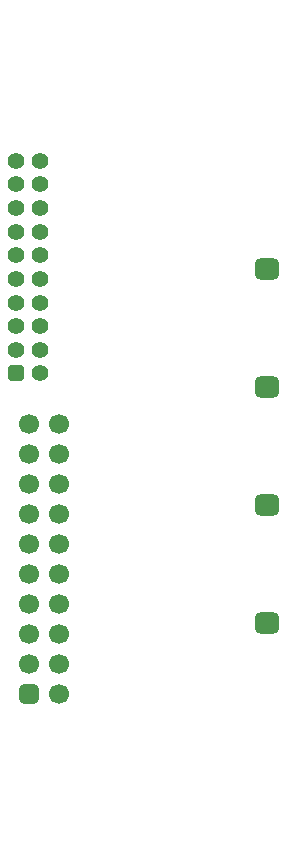
<source format=gbs>
G04*
G04 #@! TF.GenerationSoftware,Altium Limited,Altium Designer,23.3.1 (30)*
G04*
G04 Layer_Color=16711935*
%FSLAX44Y44*%
%MOMM*%
G71*
G04*
G04 #@! TF.SameCoordinates,93B2F360-A854-404C-8A8F-734AF7A26EB0*
G04*
G04*
G04 #@! TF.FilePolarity,Negative*
G04*
G01*
G75*
G04:AMPARAMS|DCode=26|XSize=1.8mm|YSize=2.1mm|CornerRadius=0.475mm|HoleSize=0mm|Usage=FLASHONLY|Rotation=90.000|XOffset=0mm|YOffset=0mm|HoleType=Round|Shape=RoundedRectangle|*
%AMROUNDEDRECTD26*
21,1,1.8000,1.1500,0,0,90.0*
21,1,0.8500,2.1000,0,0,90.0*
1,1,0.9500,0.5750,0.4250*
1,1,0.9500,0.5750,-0.4250*
1,1,0.9500,-0.5750,-0.4250*
1,1,0.9500,-0.5750,0.4250*
%
%ADD26ROUNDEDRECTD26*%
%ADD27C,1.4000*%
G04:AMPARAMS|DCode=28|XSize=1.4mm|YSize=1.4mm|CornerRadius=0.375mm|HoleSize=0mm|Usage=FLASHONLY|Rotation=90.000|XOffset=0mm|YOffset=0mm|HoleType=Round|Shape=RoundedRectangle|*
%AMROUNDEDRECTD28*
21,1,1.4000,0.6500,0,0,90.0*
21,1,0.6500,1.4000,0,0,90.0*
1,1,0.7500,0.3250,0.3250*
1,1,0.7500,0.3250,-0.3250*
1,1,0.7500,-0.3250,-0.3250*
1,1,0.7500,-0.3250,0.3250*
%
%ADD28ROUNDEDRECTD28*%
%ADD29C,0.1000*%
%ADD30C,1.7000*%
G04:AMPARAMS|DCode=31|XSize=1.7mm|YSize=1.7mm|CornerRadius=0.45mm|HoleSize=0mm|Usage=FLASHONLY|Rotation=90.000|XOffset=0mm|YOffset=0mm|HoleType=Round|Shape=RoundedRectangle|*
%AMROUNDEDRECTD31*
21,1,1.7000,0.8000,0,0,90.0*
21,1,0.8000,1.7000,0,0,90.0*
1,1,0.9000,0.4000,0.4000*
1,1,0.9000,0.4000,-0.4000*
1,1,0.9000,-0.4000,-0.4000*
1,1,0.9000,-0.4000,0.4000*
%
%ADD31ROUNDEDRECTD31*%
D26*
X250000Y320000D02*
D03*
Y220000D02*
D03*
Y420000D02*
D03*
Y520000D02*
D03*
D27*
X37800Y471650D02*
D03*
X57800Y451650D02*
D03*
Y611650D02*
D03*
X37800D02*
D03*
X57800Y591650D02*
D03*
X37800D02*
D03*
X57800Y571650D02*
D03*
X37800D02*
D03*
X57800Y551650D02*
D03*
X37800D02*
D03*
X57800Y531650D02*
D03*
X37800D02*
D03*
X57800Y511650D02*
D03*
X37800D02*
D03*
X57800Y491650D02*
D03*
X37800D02*
D03*
X57800Y471650D02*
D03*
X37800Y451650D02*
D03*
X57800Y431650D02*
D03*
D28*
X37800D02*
D03*
D29*
X260000Y730000D02*
D03*
Y40000D02*
D03*
X47500Y730000D02*
D03*
Y40000D02*
D03*
D30*
X74400Y160000D02*
D03*
X49000Y185400D02*
D03*
X74400D02*
D03*
X49000Y210800D02*
D03*
X74400D02*
D03*
X49000Y236200D02*
D03*
X74400D02*
D03*
X49000Y261600D02*
D03*
X74400D02*
D03*
X49000Y287000D02*
D03*
X74400D02*
D03*
X49000Y312400D02*
D03*
X74400D02*
D03*
X49000Y337800D02*
D03*
X74400D02*
D03*
X49000Y363200D02*
D03*
X74400D02*
D03*
X49000Y388600D02*
D03*
X74400D02*
D03*
D31*
X49000Y160000D02*
D03*
M02*

</source>
